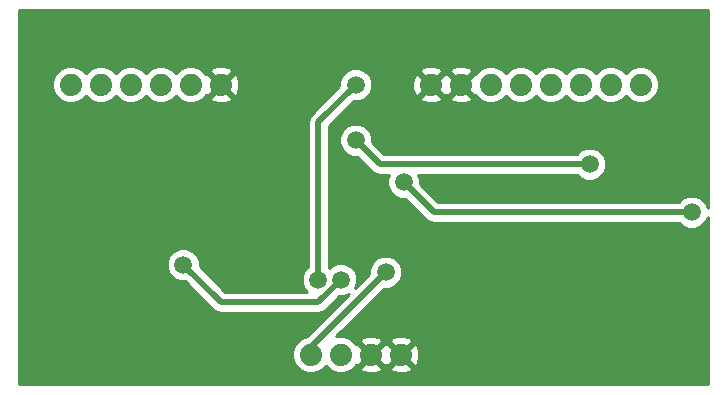
<source format=gbr>
G04 #@! TF.FileFunction,Copper,L2,Bot,Signal*
%FSLAX46Y46*%
G04 Gerber Fmt 4.6, Leading zero omitted, Abs format (unit mm)*
G04 Created by KiCad (PCBNEW 4.0.6) date Saturday, December 02, 2017 'PMt' 02:19:44 PM*
%MOMM*%
%LPD*%
G01*
G04 APERTURE LIST*
%ADD10C,0.100000*%
%ADD11C,1.879600*%
%ADD12C,1.500000*%
%ADD13C,0.500000*%
%ADD14C,1.000000*%
%ADD15C,0.254000*%
G04 APERTURE END LIST*
D10*
D11*
X173990000Y-95885000D03*
X171450000Y-95885000D03*
X168910000Y-95885000D03*
X166370000Y-95885000D03*
X163830000Y-95885000D03*
X161290000Y-95885000D03*
X158750000Y-95885000D03*
X156210000Y-95885000D03*
X125730000Y-95885000D03*
X128270000Y-95885000D03*
X130810000Y-95885000D03*
X133350000Y-95885000D03*
X135890000Y-95885000D03*
X138430000Y-95885000D03*
X146050000Y-118745000D03*
X148590000Y-118745000D03*
X151130000Y-118745000D03*
X153670000Y-118745000D03*
D12*
X178308000Y-106680000D03*
X153924000Y-104140000D03*
X131445000Y-118110000D03*
X137160000Y-116205000D03*
X149860000Y-100584000D03*
X169672000Y-102616000D03*
X146685000Y-112395000D03*
X149860000Y-95885000D03*
X148590000Y-112395000D03*
X135255000Y-111125000D03*
X152400000Y-111760000D03*
D13*
X156464000Y-106680000D02*
X178308000Y-106680000D01*
X153924000Y-104140000D02*
X156464000Y-106680000D01*
D14*
X135255000Y-118110000D02*
X131445000Y-118110000D01*
X137160000Y-116205000D02*
X135255000Y-118110000D01*
D13*
X151892000Y-102616000D02*
X169672000Y-102616000D01*
X149860000Y-100584000D02*
X151892000Y-102616000D01*
X146685000Y-99060000D02*
X146685000Y-112395000D01*
X149860000Y-95885000D02*
X146685000Y-99060000D01*
X146685000Y-114300000D02*
X148590000Y-112395000D01*
X138430000Y-114300000D02*
X146685000Y-114300000D01*
X135255000Y-111125000D02*
X138430000Y-114300000D01*
X152400000Y-111760000D02*
X146050000Y-118110000D01*
X146050000Y-118110000D02*
X146050000Y-118745000D01*
D15*
G36*
X179655000Y-106313167D02*
X179482831Y-105896485D01*
X179093564Y-105506539D01*
X178584702Y-105295241D01*
X178033715Y-105294760D01*
X177524485Y-105505169D01*
X177234148Y-105795000D01*
X156830579Y-105795000D01*
X155308884Y-104273304D01*
X155309240Y-103865715D01*
X155158543Y-103501000D01*
X168598477Y-103501000D01*
X168886436Y-103789461D01*
X169395298Y-104000759D01*
X169946285Y-104001240D01*
X170455515Y-103790831D01*
X170845461Y-103401564D01*
X171056759Y-102892702D01*
X171057240Y-102341715D01*
X170846831Y-101832485D01*
X170457564Y-101442539D01*
X169948702Y-101231241D01*
X169397715Y-101230760D01*
X168888485Y-101441169D01*
X168598148Y-101731000D01*
X152258579Y-101731000D01*
X151244884Y-100717305D01*
X151245240Y-100309715D01*
X151034831Y-99800485D01*
X150645564Y-99410539D01*
X150136702Y-99199241D01*
X149585715Y-99198760D01*
X149076485Y-99409169D01*
X148686539Y-99798436D01*
X148475241Y-100307298D01*
X148474760Y-100858285D01*
X148685169Y-101367515D01*
X149074436Y-101757461D01*
X149583298Y-101968759D01*
X149993538Y-101969117D01*
X151266208Y-103241787D01*
X151266210Y-103241790D01*
X151553325Y-103433633D01*
X151609516Y-103444810D01*
X151892000Y-103501001D01*
X151892005Y-103501000D01*
X152689680Y-103501000D01*
X152539241Y-103863298D01*
X152538760Y-104414285D01*
X152749169Y-104923515D01*
X153138436Y-105313461D01*
X153647298Y-105524759D01*
X154057537Y-105525117D01*
X155838208Y-107305787D01*
X155838210Y-107305790D01*
X156125325Y-107497633D01*
X156464000Y-107565000D01*
X177234477Y-107565000D01*
X177522436Y-107853461D01*
X178031298Y-108064759D01*
X178582285Y-108065240D01*
X179091515Y-107854831D01*
X179481461Y-107465564D01*
X179655000Y-107047636D01*
X179655000Y-121235000D01*
X121335000Y-121235000D01*
X121335000Y-111399285D01*
X133869760Y-111399285D01*
X134080169Y-111908515D01*
X134469436Y-112298461D01*
X134978298Y-112509759D01*
X135388537Y-112510117D01*
X137804208Y-114925787D01*
X137804210Y-114925790D01*
X138091325Y-115117633D01*
X138147516Y-115128810D01*
X138430000Y-115185001D01*
X138430005Y-115185000D01*
X146684995Y-115185000D01*
X146685000Y-115185001D01*
X146967484Y-115128810D01*
X147023675Y-115117633D01*
X147310790Y-114925790D01*
X147310791Y-114925789D01*
X148456695Y-113779884D01*
X148864285Y-113780240D01*
X149313998Y-113594423D01*
X145738493Y-117169927D01*
X145159113Y-117409171D01*
X144715728Y-117851783D01*
X144475474Y-118430379D01*
X144474927Y-119056873D01*
X144714171Y-119635887D01*
X145156783Y-120079272D01*
X145735379Y-120319526D01*
X146361873Y-120320073D01*
X146940887Y-120080829D01*
X147320273Y-119702104D01*
X147696783Y-120079272D01*
X148275379Y-120319526D01*
X148901873Y-120320073D01*
X149480887Y-120080829D01*
X149708144Y-119853968D01*
X150200637Y-119853968D01*
X150291923Y-120114580D01*
X150879833Y-120331045D01*
X151505828Y-120306049D01*
X151968077Y-120114580D01*
X152059363Y-119853968D01*
X152740637Y-119853968D01*
X152831923Y-120114580D01*
X153419833Y-120331045D01*
X154045828Y-120306049D01*
X154508077Y-120114580D01*
X154599363Y-119853968D01*
X153670000Y-118924605D01*
X152740637Y-119853968D01*
X152059363Y-119853968D01*
X151130000Y-118924605D01*
X150200637Y-119853968D01*
X149708144Y-119853968D01*
X149922601Y-119639885D01*
X150021032Y-119674363D01*
X150950395Y-118745000D01*
X151309605Y-118745000D01*
X152238968Y-119674363D01*
X152400000Y-119617957D01*
X152561032Y-119674363D01*
X153490395Y-118745000D01*
X153849605Y-118745000D01*
X154778968Y-119674363D01*
X155039580Y-119583077D01*
X155256045Y-118995167D01*
X155231049Y-118369172D01*
X155039580Y-117906923D01*
X154778968Y-117815637D01*
X153849605Y-118745000D01*
X153490395Y-118745000D01*
X152561032Y-117815637D01*
X152400000Y-117872043D01*
X152238968Y-117815637D01*
X151309605Y-118745000D01*
X150950395Y-118745000D01*
X150021032Y-117815637D01*
X149922036Y-117850313D01*
X149708129Y-117636032D01*
X150200637Y-117636032D01*
X151130000Y-118565395D01*
X152059363Y-117636032D01*
X152740637Y-117636032D01*
X153670000Y-118565395D01*
X154599363Y-117636032D01*
X154508077Y-117375420D01*
X153920167Y-117158955D01*
X153294172Y-117183951D01*
X152831923Y-117375420D01*
X152740637Y-117636032D01*
X152059363Y-117636032D01*
X151968077Y-117375420D01*
X151380167Y-117158955D01*
X150754172Y-117183951D01*
X150291923Y-117375420D01*
X150200637Y-117636032D01*
X149708129Y-117636032D01*
X149483217Y-117410728D01*
X148904621Y-117170474D01*
X148278127Y-117169927D01*
X148215970Y-117195610D01*
X152266695Y-113144884D01*
X152674285Y-113145240D01*
X153183515Y-112934831D01*
X153573461Y-112545564D01*
X153784759Y-112036702D01*
X153785240Y-111485715D01*
X153574831Y-110976485D01*
X153185564Y-110586539D01*
X152676702Y-110375241D01*
X152125715Y-110374760D01*
X151616485Y-110585169D01*
X151226539Y-110974436D01*
X151015241Y-111483298D01*
X151014883Y-111893538D01*
X149788743Y-113119677D01*
X149974759Y-112671702D01*
X149975240Y-112120715D01*
X149764831Y-111611485D01*
X149375564Y-111221539D01*
X148866702Y-111010241D01*
X148315715Y-111009760D01*
X147806485Y-111220169D01*
X147637547Y-111388813D01*
X147570000Y-111321148D01*
X147570000Y-99426580D01*
X149726695Y-97269884D01*
X150134285Y-97270240D01*
X150643515Y-97059831D01*
X150709492Y-96993968D01*
X155280637Y-96993968D01*
X155371923Y-97254580D01*
X155959833Y-97471045D01*
X156585828Y-97446049D01*
X157048077Y-97254580D01*
X157139363Y-96993968D01*
X157820637Y-96993968D01*
X157911923Y-97254580D01*
X158499833Y-97471045D01*
X159125828Y-97446049D01*
X159588077Y-97254580D01*
X159679363Y-96993968D01*
X158750000Y-96064605D01*
X157820637Y-96993968D01*
X157139363Y-96993968D01*
X156210000Y-96064605D01*
X155280637Y-96993968D01*
X150709492Y-96993968D01*
X151033461Y-96670564D01*
X151244759Y-96161702D01*
X151245218Y-95634833D01*
X154623955Y-95634833D01*
X154648951Y-96260828D01*
X154840420Y-96723077D01*
X155101032Y-96814363D01*
X156030395Y-95885000D01*
X156389605Y-95885000D01*
X157318968Y-96814363D01*
X157480000Y-96757957D01*
X157641032Y-96814363D01*
X158570395Y-95885000D01*
X158929605Y-95885000D01*
X159858968Y-96814363D01*
X159957964Y-96779687D01*
X160396783Y-97219272D01*
X160975379Y-97459526D01*
X161601873Y-97460073D01*
X162180887Y-97220829D01*
X162560273Y-96842104D01*
X162936783Y-97219272D01*
X163515379Y-97459526D01*
X164141873Y-97460073D01*
X164720887Y-97220829D01*
X165100273Y-96842104D01*
X165476783Y-97219272D01*
X166055379Y-97459526D01*
X166681873Y-97460073D01*
X167260887Y-97220829D01*
X167640273Y-96842104D01*
X168016783Y-97219272D01*
X168595379Y-97459526D01*
X169221873Y-97460073D01*
X169800887Y-97220829D01*
X170180273Y-96842104D01*
X170556783Y-97219272D01*
X171135379Y-97459526D01*
X171761873Y-97460073D01*
X172340887Y-97220829D01*
X172720273Y-96842104D01*
X173096783Y-97219272D01*
X173675379Y-97459526D01*
X174301873Y-97460073D01*
X174880887Y-97220829D01*
X175324272Y-96778217D01*
X175564526Y-96199621D01*
X175565073Y-95573127D01*
X175325829Y-94994113D01*
X174883217Y-94550728D01*
X174304621Y-94310474D01*
X173678127Y-94309927D01*
X173099113Y-94549171D01*
X172719727Y-94927896D01*
X172343217Y-94550728D01*
X171764621Y-94310474D01*
X171138127Y-94309927D01*
X170559113Y-94549171D01*
X170179727Y-94927896D01*
X169803217Y-94550728D01*
X169224621Y-94310474D01*
X168598127Y-94309927D01*
X168019113Y-94549171D01*
X167639727Y-94927896D01*
X167263217Y-94550728D01*
X166684621Y-94310474D01*
X166058127Y-94309927D01*
X165479113Y-94549171D01*
X165099727Y-94927896D01*
X164723217Y-94550728D01*
X164144621Y-94310474D01*
X163518127Y-94309927D01*
X162939113Y-94549171D01*
X162559727Y-94927896D01*
X162183217Y-94550728D01*
X161604621Y-94310474D01*
X160978127Y-94309927D01*
X160399113Y-94549171D01*
X159957399Y-94990115D01*
X159858968Y-94955637D01*
X158929605Y-95885000D01*
X158570395Y-95885000D01*
X157641032Y-94955637D01*
X157480000Y-95012043D01*
X157318968Y-94955637D01*
X156389605Y-95885000D01*
X156030395Y-95885000D01*
X155101032Y-94955637D01*
X154840420Y-95046923D01*
X154623955Y-95634833D01*
X151245218Y-95634833D01*
X151245240Y-95610715D01*
X151034831Y-95101485D01*
X150709945Y-94776032D01*
X155280637Y-94776032D01*
X156210000Y-95705395D01*
X157139363Y-94776032D01*
X157820637Y-94776032D01*
X158750000Y-95705395D01*
X159679363Y-94776032D01*
X159588077Y-94515420D01*
X159000167Y-94298955D01*
X158374172Y-94323951D01*
X157911923Y-94515420D01*
X157820637Y-94776032D01*
X157139363Y-94776032D01*
X157048077Y-94515420D01*
X156460167Y-94298955D01*
X155834172Y-94323951D01*
X155371923Y-94515420D01*
X155280637Y-94776032D01*
X150709945Y-94776032D01*
X150645564Y-94711539D01*
X150136702Y-94500241D01*
X149585715Y-94499760D01*
X149076485Y-94710169D01*
X148686539Y-95099436D01*
X148475241Y-95608298D01*
X148474883Y-96018538D01*
X146059210Y-98434210D01*
X145867367Y-98721325D01*
X145867367Y-98721326D01*
X145799999Y-99060000D01*
X145800000Y-99060005D01*
X145800000Y-111321477D01*
X145511539Y-111609436D01*
X145300241Y-112118298D01*
X145299760Y-112669285D01*
X145510169Y-113178515D01*
X145746242Y-113415000D01*
X138796579Y-113415000D01*
X136639884Y-111258304D01*
X136640240Y-110850715D01*
X136429831Y-110341485D01*
X136040564Y-109951539D01*
X135531702Y-109740241D01*
X134980715Y-109739760D01*
X134471485Y-109950169D01*
X134081539Y-110339436D01*
X133870241Y-110848298D01*
X133869760Y-111399285D01*
X121335000Y-111399285D01*
X121335000Y-96196873D01*
X124154927Y-96196873D01*
X124394171Y-96775887D01*
X124836783Y-97219272D01*
X125415379Y-97459526D01*
X126041873Y-97460073D01*
X126620887Y-97220829D01*
X127000273Y-96842104D01*
X127376783Y-97219272D01*
X127955379Y-97459526D01*
X128581873Y-97460073D01*
X129160887Y-97220829D01*
X129540273Y-96842104D01*
X129916783Y-97219272D01*
X130495379Y-97459526D01*
X131121873Y-97460073D01*
X131700887Y-97220829D01*
X132080273Y-96842104D01*
X132456783Y-97219272D01*
X133035379Y-97459526D01*
X133661873Y-97460073D01*
X134240887Y-97220829D01*
X134620273Y-96842104D01*
X134996783Y-97219272D01*
X135575379Y-97459526D01*
X136201873Y-97460073D01*
X136780887Y-97220829D01*
X137008144Y-96993968D01*
X137500637Y-96993968D01*
X137591923Y-97254580D01*
X138179833Y-97471045D01*
X138805828Y-97446049D01*
X139268077Y-97254580D01*
X139359363Y-96993968D01*
X138430000Y-96064605D01*
X137500637Y-96993968D01*
X137008144Y-96993968D01*
X137222601Y-96779885D01*
X137321032Y-96814363D01*
X138250395Y-95885000D01*
X138609605Y-95885000D01*
X139538968Y-96814363D01*
X139799580Y-96723077D01*
X140016045Y-96135167D01*
X139991049Y-95509172D01*
X139799580Y-95046923D01*
X139538968Y-94955637D01*
X138609605Y-95885000D01*
X138250395Y-95885000D01*
X137321032Y-94955637D01*
X137222036Y-94990313D01*
X137008129Y-94776032D01*
X137500637Y-94776032D01*
X138430000Y-95705395D01*
X139359363Y-94776032D01*
X139268077Y-94515420D01*
X138680167Y-94298955D01*
X138054172Y-94323951D01*
X137591923Y-94515420D01*
X137500637Y-94776032D01*
X137008129Y-94776032D01*
X136783217Y-94550728D01*
X136204621Y-94310474D01*
X135578127Y-94309927D01*
X134999113Y-94549171D01*
X134619727Y-94927896D01*
X134243217Y-94550728D01*
X133664621Y-94310474D01*
X133038127Y-94309927D01*
X132459113Y-94549171D01*
X132079727Y-94927896D01*
X131703217Y-94550728D01*
X131124621Y-94310474D01*
X130498127Y-94309927D01*
X129919113Y-94549171D01*
X129539727Y-94927896D01*
X129163217Y-94550728D01*
X128584621Y-94310474D01*
X127958127Y-94309927D01*
X127379113Y-94549171D01*
X126999727Y-94927896D01*
X126623217Y-94550728D01*
X126044621Y-94310474D01*
X125418127Y-94309927D01*
X124839113Y-94549171D01*
X124395728Y-94991783D01*
X124155474Y-95570379D01*
X124154927Y-96196873D01*
X121335000Y-96196873D01*
X121335000Y-89585000D01*
X179655000Y-89585000D01*
X179655000Y-106313167D01*
X179655000Y-106313167D01*
G37*
X179655000Y-106313167D02*
X179482831Y-105896485D01*
X179093564Y-105506539D01*
X178584702Y-105295241D01*
X178033715Y-105294760D01*
X177524485Y-105505169D01*
X177234148Y-105795000D01*
X156830579Y-105795000D01*
X155308884Y-104273304D01*
X155309240Y-103865715D01*
X155158543Y-103501000D01*
X168598477Y-103501000D01*
X168886436Y-103789461D01*
X169395298Y-104000759D01*
X169946285Y-104001240D01*
X170455515Y-103790831D01*
X170845461Y-103401564D01*
X171056759Y-102892702D01*
X171057240Y-102341715D01*
X170846831Y-101832485D01*
X170457564Y-101442539D01*
X169948702Y-101231241D01*
X169397715Y-101230760D01*
X168888485Y-101441169D01*
X168598148Y-101731000D01*
X152258579Y-101731000D01*
X151244884Y-100717305D01*
X151245240Y-100309715D01*
X151034831Y-99800485D01*
X150645564Y-99410539D01*
X150136702Y-99199241D01*
X149585715Y-99198760D01*
X149076485Y-99409169D01*
X148686539Y-99798436D01*
X148475241Y-100307298D01*
X148474760Y-100858285D01*
X148685169Y-101367515D01*
X149074436Y-101757461D01*
X149583298Y-101968759D01*
X149993538Y-101969117D01*
X151266208Y-103241787D01*
X151266210Y-103241790D01*
X151553325Y-103433633D01*
X151609516Y-103444810D01*
X151892000Y-103501001D01*
X151892005Y-103501000D01*
X152689680Y-103501000D01*
X152539241Y-103863298D01*
X152538760Y-104414285D01*
X152749169Y-104923515D01*
X153138436Y-105313461D01*
X153647298Y-105524759D01*
X154057537Y-105525117D01*
X155838208Y-107305787D01*
X155838210Y-107305790D01*
X156125325Y-107497633D01*
X156464000Y-107565000D01*
X177234477Y-107565000D01*
X177522436Y-107853461D01*
X178031298Y-108064759D01*
X178582285Y-108065240D01*
X179091515Y-107854831D01*
X179481461Y-107465564D01*
X179655000Y-107047636D01*
X179655000Y-121235000D01*
X121335000Y-121235000D01*
X121335000Y-111399285D01*
X133869760Y-111399285D01*
X134080169Y-111908515D01*
X134469436Y-112298461D01*
X134978298Y-112509759D01*
X135388537Y-112510117D01*
X137804208Y-114925787D01*
X137804210Y-114925790D01*
X138091325Y-115117633D01*
X138147516Y-115128810D01*
X138430000Y-115185001D01*
X138430005Y-115185000D01*
X146684995Y-115185000D01*
X146685000Y-115185001D01*
X146967484Y-115128810D01*
X147023675Y-115117633D01*
X147310790Y-114925790D01*
X147310791Y-114925789D01*
X148456695Y-113779884D01*
X148864285Y-113780240D01*
X149313998Y-113594423D01*
X145738493Y-117169927D01*
X145159113Y-117409171D01*
X144715728Y-117851783D01*
X144475474Y-118430379D01*
X144474927Y-119056873D01*
X144714171Y-119635887D01*
X145156783Y-120079272D01*
X145735379Y-120319526D01*
X146361873Y-120320073D01*
X146940887Y-120080829D01*
X147320273Y-119702104D01*
X147696783Y-120079272D01*
X148275379Y-120319526D01*
X148901873Y-120320073D01*
X149480887Y-120080829D01*
X149708144Y-119853968D01*
X150200637Y-119853968D01*
X150291923Y-120114580D01*
X150879833Y-120331045D01*
X151505828Y-120306049D01*
X151968077Y-120114580D01*
X152059363Y-119853968D01*
X152740637Y-119853968D01*
X152831923Y-120114580D01*
X153419833Y-120331045D01*
X154045828Y-120306049D01*
X154508077Y-120114580D01*
X154599363Y-119853968D01*
X153670000Y-118924605D01*
X152740637Y-119853968D01*
X152059363Y-119853968D01*
X151130000Y-118924605D01*
X150200637Y-119853968D01*
X149708144Y-119853968D01*
X149922601Y-119639885D01*
X150021032Y-119674363D01*
X150950395Y-118745000D01*
X151309605Y-118745000D01*
X152238968Y-119674363D01*
X152400000Y-119617957D01*
X152561032Y-119674363D01*
X153490395Y-118745000D01*
X153849605Y-118745000D01*
X154778968Y-119674363D01*
X155039580Y-119583077D01*
X155256045Y-118995167D01*
X155231049Y-118369172D01*
X155039580Y-117906923D01*
X154778968Y-117815637D01*
X153849605Y-118745000D01*
X153490395Y-118745000D01*
X152561032Y-117815637D01*
X152400000Y-117872043D01*
X152238968Y-117815637D01*
X151309605Y-118745000D01*
X150950395Y-118745000D01*
X150021032Y-117815637D01*
X149922036Y-117850313D01*
X149708129Y-117636032D01*
X150200637Y-117636032D01*
X151130000Y-118565395D01*
X152059363Y-117636032D01*
X152740637Y-117636032D01*
X153670000Y-118565395D01*
X154599363Y-117636032D01*
X154508077Y-117375420D01*
X153920167Y-117158955D01*
X153294172Y-117183951D01*
X152831923Y-117375420D01*
X152740637Y-117636032D01*
X152059363Y-117636032D01*
X151968077Y-117375420D01*
X151380167Y-117158955D01*
X150754172Y-117183951D01*
X150291923Y-117375420D01*
X150200637Y-117636032D01*
X149708129Y-117636032D01*
X149483217Y-117410728D01*
X148904621Y-117170474D01*
X148278127Y-117169927D01*
X148215970Y-117195610D01*
X152266695Y-113144884D01*
X152674285Y-113145240D01*
X153183515Y-112934831D01*
X153573461Y-112545564D01*
X153784759Y-112036702D01*
X153785240Y-111485715D01*
X153574831Y-110976485D01*
X153185564Y-110586539D01*
X152676702Y-110375241D01*
X152125715Y-110374760D01*
X151616485Y-110585169D01*
X151226539Y-110974436D01*
X151015241Y-111483298D01*
X151014883Y-111893538D01*
X149788743Y-113119677D01*
X149974759Y-112671702D01*
X149975240Y-112120715D01*
X149764831Y-111611485D01*
X149375564Y-111221539D01*
X148866702Y-111010241D01*
X148315715Y-111009760D01*
X147806485Y-111220169D01*
X147637547Y-111388813D01*
X147570000Y-111321148D01*
X147570000Y-99426580D01*
X149726695Y-97269884D01*
X150134285Y-97270240D01*
X150643515Y-97059831D01*
X150709492Y-96993968D01*
X155280637Y-96993968D01*
X155371923Y-97254580D01*
X155959833Y-97471045D01*
X156585828Y-97446049D01*
X157048077Y-97254580D01*
X157139363Y-96993968D01*
X157820637Y-96993968D01*
X157911923Y-97254580D01*
X158499833Y-97471045D01*
X159125828Y-97446049D01*
X159588077Y-97254580D01*
X159679363Y-96993968D01*
X158750000Y-96064605D01*
X157820637Y-96993968D01*
X157139363Y-96993968D01*
X156210000Y-96064605D01*
X155280637Y-96993968D01*
X150709492Y-96993968D01*
X151033461Y-96670564D01*
X151244759Y-96161702D01*
X151245218Y-95634833D01*
X154623955Y-95634833D01*
X154648951Y-96260828D01*
X154840420Y-96723077D01*
X155101032Y-96814363D01*
X156030395Y-95885000D01*
X156389605Y-95885000D01*
X157318968Y-96814363D01*
X157480000Y-96757957D01*
X157641032Y-96814363D01*
X158570395Y-95885000D01*
X158929605Y-95885000D01*
X159858968Y-96814363D01*
X159957964Y-96779687D01*
X160396783Y-97219272D01*
X160975379Y-97459526D01*
X161601873Y-97460073D01*
X162180887Y-97220829D01*
X162560273Y-96842104D01*
X162936783Y-97219272D01*
X163515379Y-97459526D01*
X164141873Y-97460073D01*
X164720887Y-97220829D01*
X165100273Y-96842104D01*
X165476783Y-97219272D01*
X166055379Y-97459526D01*
X166681873Y-97460073D01*
X167260887Y-97220829D01*
X167640273Y-96842104D01*
X168016783Y-97219272D01*
X168595379Y-97459526D01*
X169221873Y-97460073D01*
X169800887Y-97220829D01*
X170180273Y-96842104D01*
X170556783Y-97219272D01*
X171135379Y-97459526D01*
X171761873Y-97460073D01*
X172340887Y-97220829D01*
X172720273Y-96842104D01*
X173096783Y-97219272D01*
X173675379Y-97459526D01*
X174301873Y-97460073D01*
X174880887Y-97220829D01*
X175324272Y-96778217D01*
X175564526Y-96199621D01*
X175565073Y-95573127D01*
X175325829Y-94994113D01*
X174883217Y-94550728D01*
X174304621Y-94310474D01*
X173678127Y-94309927D01*
X173099113Y-94549171D01*
X172719727Y-94927896D01*
X172343217Y-94550728D01*
X171764621Y-94310474D01*
X171138127Y-94309927D01*
X170559113Y-94549171D01*
X170179727Y-94927896D01*
X169803217Y-94550728D01*
X169224621Y-94310474D01*
X168598127Y-94309927D01*
X168019113Y-94549171D01*
X167639727Y-94927896D01*
X167263217Y-94550728D01*
X166684621Y-94310474D01*
X166058127Y-94309927D01*
X165479113Y-94549171D01*
X165099727Y-94927896D01*
X164723217Y-94550728D01*
X164144621Y-94310474D01*
X163518127Y-94309927D01*
X162939113Y-94549171D01*
X162559727Y-94927896D01*
X162183217Y-94550728D01*
X161604621Y-94310474D01*
X160978127Y-94309927D01*
X160399113Y-94549171D01*
X159957399Y-94990115D01*
X159858968Y-94955637D01*
X158929605Y-95885000D01*
X158570395Y-95885000D01*
X157641032Y-94955637D01*
X157480000Y-95012043D01*
X157318968Y-94955637D01*
X156389605Y-95885000D01*
X156030395Y-95885000D01*
X155101032Y-94955637D01*
X154840420Y-95046923D01*
X154623955Y-95634833D01*
X151245218Y-95634833D01*
X151245240Y-95610715D01*
X151034831Y-95101485D01*
X150709945Y-94776032D01*
X155280637Y-94776032D01*
X156210000Y-95705395D01*
X157139363Y-94776032D01*
X157820637Y-94776032D01*
X158750000Y-95705395D01*
X159679363Y-94776032D01*
X159588077Y-94515420D01*
X159000167Y-94298955D01*
X158374172Y-94323951D01*
X157911923Y-94515420D01*
X157820637Y-94776032D01*
X157139363Y-94776032D01*
X157048077Y-94515420D01*
X156460167Y-94298955D01*
X155834172Y-94323951D01*
X155371923Y-94515420D01*
X155280637Y-94776032D01*
X150709945Y-94776032D01*
X150645564Y-94711539D01*
X150136702Y-94500241D01*
X149585715Y-94499760D01*
X149076485Y-94710169D01*
X148686539Y-95099436D01*
X148475241Y-95608298D01*
X148474883Y-96018538D01*
X146059210Y-98434210D01*
X145867367Y-98721325D01*
X145867367Y-98721326D01*
X145799999Y-99060000D01*
X145800000Y-99060005D01*
X145800000Y-111321477D01*
X145511539Y-111609436D01*
X145300241Y-112118298D01*
X145299760Y-112669285D01*
X145510169Y-113178515D01*
X145746242Y-113415000D01*
X138796579Y-113415000D01*
X136639884Y-111258304D01*
X136640240Y-110850715D01*
X136429831Y-110341485D01*
X136040564Y-109951539D01*
X135531702Y-109740241D01*
X134980715Y-109739760D01*
X134471485Y-109950169D01*
X134081539Y-110339436D01*
X133870241Y-110848298D01*
X133869760Y-111399285D01*
X121335000Y-111399285D01*
X121335000Y-96196873D01*
X124154927Y-96196873D01*
X124394171Y-96775887D01*
X124836783Y-97219272D01*
X125415379Y-97459526D01*
X126041873Y-97460073D01*
X126620887Y-97220829D01*
X127000273Y-96842104D01*
X127376783Y-97219272D01*
X127955379Y-97459526D01*
X128581873Y-97460073D01*
X129160887Y-97220829D01*
X129540273Y-96842104D01*
X129916783Y-97219272D01*
X130495379Y-97459526D01*
X131121873Y-97460073D01*
X131700887Y-97220829D01*
X132080273Y-96842104D01*
X132456783Y-97219272D01*
X133035379Y-97459526D01*
X133661873Y-97460073D01*
X134240887Y-97220829D01*
X134620273Y-96842104D01*
X134996783Y-97219272D01*
X135575379Y-97459526D01*
X136201873Y-97460073D01*
X136780887Y-97220829D01*
X137008144Y-96993968D01*
X137500637Y-96993968D01*
X137591923Y-97254580D01*
X138179833Y-97471045D01*
X138805828Y-97446049D01*
X139268077Y-97254580D01*
X139359363Y-96993968D01*
X138430000Y-96064605D01*
X137500637Y-96993968D01*
X137008144Y-96993968D01*
X137222601Y-96779885D01*
X137321032Y-96814363D01*
X138250395Y-95885000D01*
X138609605Y-95885000D01*
X139538968Y-96814363D01*
X139799580Y-96723077D01*
X140016045Y-96135167D01*
X139991049Y-95509172D01*
X139799580Y-95046923D01*
X139538968Y-94955637D01*
X138609605Y-95885000D01*
X138250395Y-95885000D01*
X137321032Y-94955637D01*
X137222036Y-94990313D01*
X137008129Y-94776032D01*
X137500637Y-94776032D01*
X138430000Y-95705395D01*
X139359363Y-94776032D01*
X139268077Y-94515420D01*
X138680167Y-94298955D01*
X138054172Y-94323951D01*
X137591923Y-94515420D01*
X137500637Y-94776032D01*
X137008129Y-94776032D01*
X136783217Y-94550728D01*
X136204621Y-94310474D01*
X135578127Y-94309927D01*
X134999113Y-94549171D01*
X134619727Y-94927896D01*
X134243217Y-94550728D01*
X133664621Y-94310474D01*
X133038127Y-94309927D01*
X132459113Y-94549171D01*
X132079727Y-94927896D01*
X131703217Y-94550728D01*
X131124621Y-94310474D01*
X130498127Y-94309927D01*
X129919113Y-94549171D01*
X129539727Y-94927896D01*
X129163217Y-94550728D01*
X128584621Y-94310474D01*
X127958127Y-94309927D01*
X127379113Y-94549171D01*
X126999727Y-94927896D01*
X126623217Y-94550728D01*
X126044621Y-94310474D01*
X125418127Y-94309927D01*
X124839113Y-94549171D01*
X124395728Y-94991783D01*
X124155474Y-95570379D01*
X124154927Y-96196873D01*
X121335000Y-96196873D01*
X121335000Y-89585000D01*
X179655000Y-89585000D01*
X179655000Y-106313167D01*
M02*

</source>
